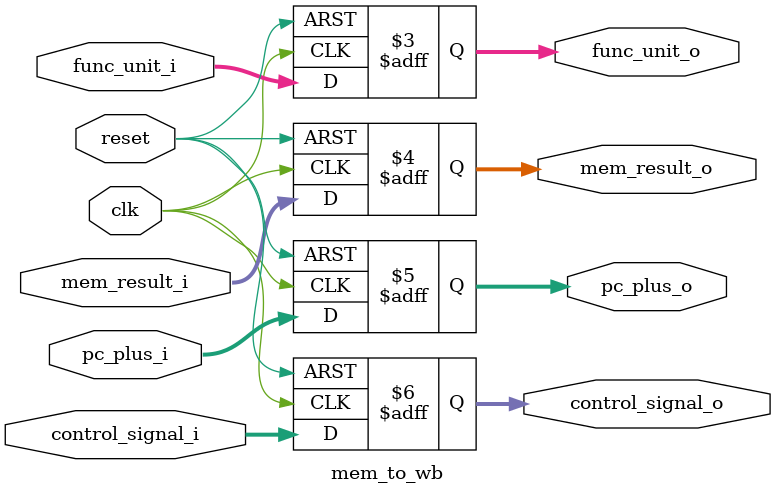
<source format=sv>
`timescale 1ns/1ns


module mem_to_wb#(parameter size = 32)(
    input  logic clk,
    input  logic reset,

    input  logic [size-1 : 0] func_unit_i,
    input  logic [size-1 : 0] mem_result_i,
    input  logic [size-1 : 0] pc_plus_i,
    input  logic [7 : 0] control_signal_i,

    output logic [size-1 : 0] func_unit_o,
    output logic [size-1 : 0] mem_result_o,
    output logic [size-1 : 0] pc_plus_o,
    output logic [7 : 0] control_signal_o);



    always @(posedge clk or negedge reset)
    begin
        if (!reset) begin
            func_unit_o      <= 0;
            mem_result_o     <= 0;
            pc_plus_o        <= 0;
            control_signal_o <= 0;
        end else begin
            func_unit_o      <= func_unit_i;
            mem_result_o     <= mem_result_i;
            pc_plus_o        <= pc_plus_i;
            control_signal_o <= control_signal_i;
        end
    end


endmodule

</source>
